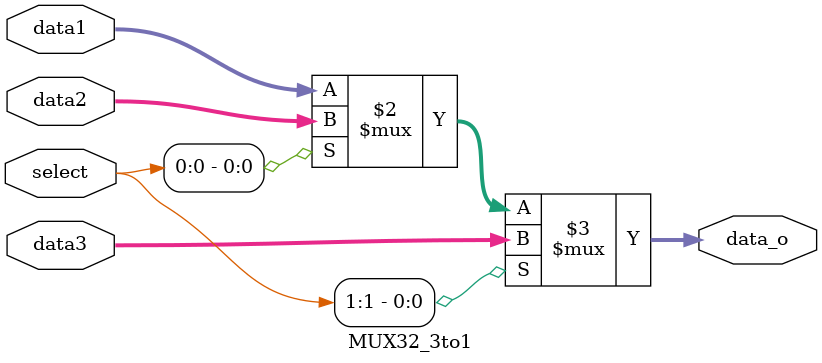
<source format=v>
module MUX32_3to1(
    input [31:0] data1,
    input [31:0] data2,
    input [31:0] data3,
    input [1:0]select,

    output reg [31:0] data_o

);
always @(*)begin
    data_o = select[1]? data3 : (select[0]?data2:data1);
end
endmodule
</source>
